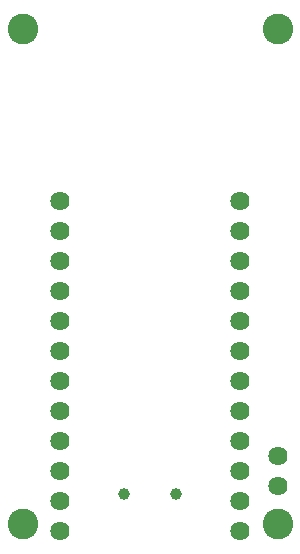
<source format=gbs>
%FSTAX24Y24*%
%MOIN*%
%IN MASK2.GBR *%
%ADD10C,0.0390*%
%ADD11C,0.0640*%
%ADD12C,0.1024*%
D10*X005875Y00175D03*X004143D03*D11*X00925Y003D03*X008Y0075D03*
Y0085D03*Y0095D03*Y0115D03*Y0105D03*X002Y0075D03*Y0085D03*Y0095D03*
X008Y0025D03*X002Y0065D03*D12*X00925Y01725D03*Y00075D03*
X00075Y01725D03*Y00075D03*D11*X008Y0005D03*Y0015D03*Y0035D03*Y0045D03*
Y0055D03*X002Y0015D03*Y0025D03*Y0035D03*Y0045D03*Y0005D03*X008Y0065D03*
X002Y0055D03*Y0115D03*Y0105D03*X00925Y002D03*
M02*
</source>
